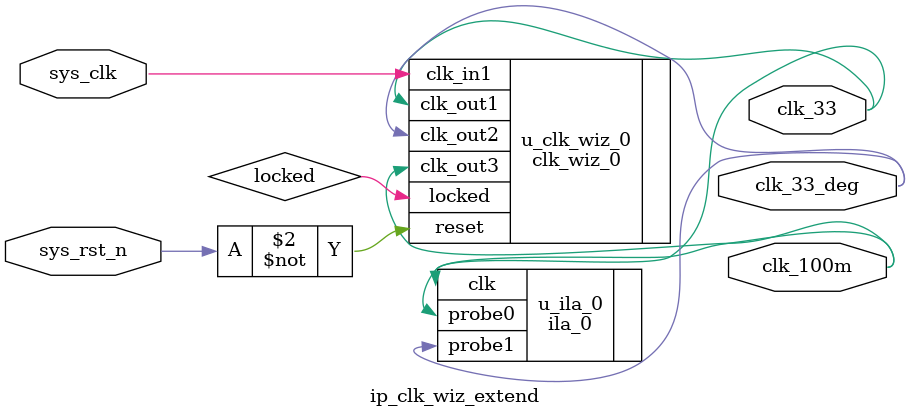
<source format=v>
module ip_clk_wiz_extend(
    input  sys_clk,
    input  sys_rst_n,
    output clk_33,
    output clk_33_deg,
    output clk_100m
    );
wire locked;
wire rst_n;
assign rst_n = sys_rst_n & locked;     
    
clk_wiz_0 u_clk_wiz_0(
    .clk_out1(clk_33),     
    .clk_out2(clk_33_deg),
    .clk_out3(clk_100m),     
    .reset(~sys_rst_n), 
    .locked(locked),       
    .clk_in1(sys_clk)
);        
    
ila_0 u_ila_0 (
	.clk(clk_100m), // input wire clk


	.probe0(clk_33), // input wire [0:0]  probe0  
	.probe1(clk_33_deg) // input wire [0:0]  probe1
);
    
endmodule    
</source>
